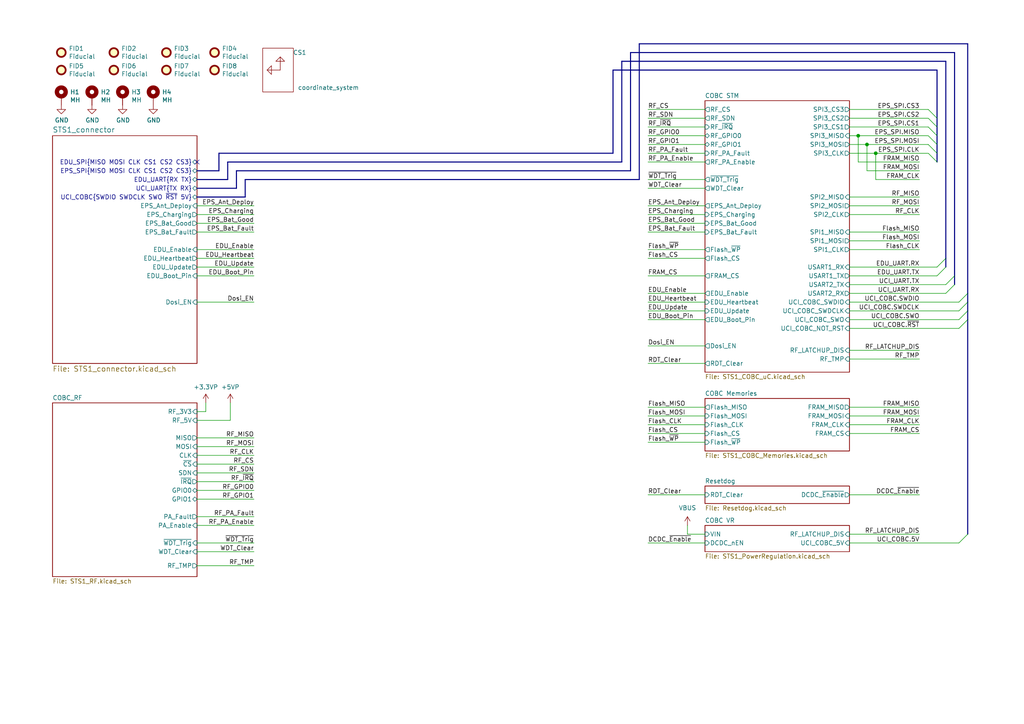
<source format=kicad_sch>
(kicad_sch (version 20211123) (generator eeschema)
  (paper "A4")
  (title_block (title "STS1 COBC HW") (date "2024-06-16") (rev "3.0") (company "TU Wien Space Team"))
  (lib_symbols
    (symbol "Mechanical:Fiducial"
      (property "Reference" "FID" (at 0 5.08 0))
      (property "Value" "Fiducial" (at 0 3.175 0))
      (symbol "Fiducial_0_1"
        (circle (center 0 0) (radius 1.27) (stroke (width 0.508)) (fill (type background)))
      )
    )
    (symbol "Mechanical:MountingHole_Pad" (pin_numbers hide) (pin_names (offset 1.016) hide)
      (property "Reference" "H" (at 0 6.35 0))
      (property "Value" "MountingHole_Pad" (at 0 4.445 0))
      (symbol "MountingHole_Pad_0_1"
        (circle (center 0 1.27) (radius 1.27) (stroke (width 1.27)))
      )
      (symbol "MountingHole_Pad_1_1"
        (pin input line (at 0 -2.54 90) (length 2.54) (name "1") (number "1"))
      )
    )
    (symbol "STS-connector:coordinate_system" (pin_names (offset 1.016))
      (property "Reference" "U" (at -5.08 6.35 0))
      (property "Value" "coordinate_system" (at -1.27 -5.08 0))
      (symbol "coordinate_system_0_1"
        (rectangle (start -6.35 5.08) (end 6.35 -3.81))
        (polyline (pts (xy 0 0) (xy 0 3.81)))
        (polyline (pts (xy 0 0) (xy 3.81 0)))
        (polyline (pts (xy 0 3.81) (xy -1.27 2.54) (xy 1.27 2.54) (xy 0 3.81)))
        (polyline (pts (xy 3.81 0) (xy 2.54 1.27) (xy 2.54 -1.27) (xy 3.81 0)))
      )
    )
    (symbol "power:+3.3VP" (power) (pin_names (offset 0))
      (property "Value" "+3.3VP" (at 0 2.54 0))
      (symbol "+3.3VP_0_0"
        (pin power_in line (at 0 0 90) (length 0) hide (name "+3.3VP") (number "1"))
      )
      (symbol "+3.3VP_0_1"
        (polyline (pts (xy -0.762 1.27) (xy 0 2.54)))
        (polyline (pts (xy 0 0) (xy 0 2.54)))
        (polyline (pts (xy 0 2.54) (xy 0.762 1.27)))
      )
    )
    (symbol "power:+5VP" (power) (pin_names (offset 0))
      (property "Value" "+5VP" (at 0 3.556 0))
      (symbol "+5VP_0_1"
        (polyline (pts (xy -0.762 1.27) (xy 0 2.54)))
        (polyline (pts (xy 0 0) (xy 0 2.54)))
        (polyline (pts (xy 0 2.54) (xy 0.762 1.27)))
      )
      (symbol "+5VP_1_1"
        (pin power_in line (at 0 0 90) (length 0) hide (name "+5VP") (number "1"))
      )
    )
    (symbol "power:GND" (power) (pin_names (offset 0))
      (property "Value" "GND" (at 0 -3.81 0))
      (symbol "GND_0_1"
        (polyline (pts (xy 0 0) (xy 0 -1.27) (xy 1.27 -1.27) (xy 0 -2.54) (xy -1.27 -1.27) (xy 0 -1.27)))
      )
      (symbol "GND_1_1"
        (pin power_in line (at 0 0 270) (length 0) hide (name "GND") (number "1"))
      )
    )
    (symbol "power:VBUS" (power) (pin_names (offset 0))
      (property "Value" "VBUS" (at 0 3.81 0))
      (symbol "VBUS_0_1"
        (polyline (pts (xy -0.762 1.27) (xy 0 2.54)))
        (polyline (pts (xy 0 0) (xy 0 2.54)))
        (polyline (pts (xy 0 2.54) (xy 0.762 1.27)))
      )
      (symbol "VBUS_1_1"
        (pin power_in line (at 0 0 90) (length 0) hide (name "VBUS") (number "1"))
      )
    )
  )
  (junction (at 251.46 41.91))
  (junction (at 248.92 39.37))
  (junction (at 254 44.45))
  (no_connect (at 57.15 46.99))
  (bus_entry (at 269.24 39.37) (size 2.54 2.54))
  (bus_entry (at 269.24 41.91) (size 2.54 2.54))
  (bus_entry (at 269.24 44.45) (size 2.54 2.54))
  (bus_entry (at 280.67 90.17) (size -2.54 2.54))
  (bus_entry (at 269.24 31.75) (size 2.54 2.54))
  (bus_entry (at 269.24 34.29) (size 2.54 2.54))
  (bus_entry (at 269.24 36.83) (size 2.54 2.54))
  (bus_entry (at 274.32 74.93) (size -2.54 2.54))
  (bus_entry (at 280.67 154.94) (size -2.54 2.54))
  (bus_entry (at 274.32 82.55) (size 2.54 -2.54))
  (bus_entry (at 274.32 85.09) (size 2.54 -2.54))
  (bus_entry (at 280.67 87.63) (size -2.54 2.54))
  (bus_entry (at 280.67 85.09) (size -2.54 2.54))
  (bus_entry (at 280.67 92.71) (size -2.54 2.54))
  (bus_entry (at 274.32 77.47) (size -2.54 2.54))
  (wire (pts (xy 187.96 54.61) (xy 204.47 54.61)))
  (bus (pts (xy 274.32 74.93) (xy 274.32 77.47)))
  (wire (pts (xy 248.92 39.37) (xy 269.24 39.37)))
  (wire (pts (xy 246.38 90.17) (xy 278.13 90.17)))
  (wire (pts (xy 266.7 46.99) (xy 248.92 46.99)))
  (wire (pts (xy 187.96 87.63) (xy 204.47 87.63)))
  (wire (pts (xy 59.69 119.38) (xy 59.69 116.84)))
  (wire (pts (xy 187.96 31.75) (xy 204.47 31.75)))
  (wire (pts (xy 57.15 129.54) (xy 73.66 129.54)))
  (bus (pts (xy 271.78 41.91) (xy 271.78 44.45)))
  (bus (pts (xy 63.5 44.45) (xy 63.5 49.53)))
  (bus (pts (xy 63.5 44.45) (xy 177.8 44.45)))
  (wire (pts (xy 57.15 72.39) (xy 73.66 72.39)))
  (wire (pts (xy 73.66 137.16) (xy 57.15 137.16)))
  (wire (pts (xy 73.66 160.02) (xy 57.15 160.02)))
  (wire (pts (xy 246.38 59.69) (xy 266.7 59.69)))
  (wire (pts (xy 187.96 105.41) (xy 204.47 105.41)))
  (wire (pts (xy 57.15 74.93) (xy 73.66 74.93)))
  (wire (pts (xy 57.15 87.63) (xy 73.66 87.63)))
  (wire (pts (xy 204.47 123.19) (xy 187.96 123.19)))
  (wire (pts (xy 246.38 44.45) (xy 254 44.45)))
  (wire (pts (xy 246.38 85.09) (xy 274.32 85.09)))
  (bus (pts (xy 66.04 52.07) (xy 66.04 46.99)))
  (wire (pts (xy 73.66 157.48) (xy 57.15 157.48)))
  (wire (pts (xy 187.96 39.37) (xy 204.47 39.37)))
  (wire (pts (xy 187.96 92.71) (xy 204.47 92.71)))
  (bus (pts (xy 276.86 82.55) (xy 276.86 80.01)))
  (wire (pts (xy 266.7 49.53) (xy 251.46 49.53)))
  (wire (pts (xy 187.96 72.39) (xy 204.47 72.39)))
  (wire (pts (xy 187.96 85.09) (xy 204.47 85.09)))
  (wire (pts (xy 73.66 134.62) (xy 57.15 134.62)))
  (wire (pts (xy 246.38 87.63) (xy 278.13 87.63)))
  (wire (pts (xy 246.38 118.11) (xy 266.7 118.11)))
  (wire (pts (xy 246.38 125.73) (xy 266.7 125.73)))
  (wire (pts (xy 187.96 36.83) (xy 204.47 36.83)))
  (wire (pts (xy 73.66 149.86) (xy 57.15 149.86)))
  (bus (pts (xy 180.34 46.99) (xy 180.34 17.78)))
  (bus (pts (xy 271.78 36.83) (xy 271.78 39.37)))
  (wire (pts (xy 187.96 125.73) (xy 204.47 125.73)))
  (wire (pts (xy 199.39 154.94) (xy 204.47 154.94)))
  (bus (pts (xy 185.42 12.7) (xy 280.67 12.7)))
  (wire (pts (xy 246.38 82.55) (xy 274.32 82.55)))
  (wire (pts (xy 246.38 92.71) (xy 278.13 92.71)))
  (bus (pts (xy 182.88 15.24) (xy 276.86 15.24)))
  (wire (pts (xy 251.46 49.53) (xy 251.46 41.91)))
  (bus (pts (xy 68.58 54.61) (xy 68.58 49.53)))
  (wire (pts (xy 187.96 62.23) (xy 204.47 62.23)))
  (bus (pts (xy 57.15 57.15) (xy 71.12 57.15)))
  (wire (pts (xy 246.38 41.91) (xy 251.46 41.91)))
  (wire (pts (xy 57.15 77.47) (xy 73.66 77.47)))
  (wire (pts (xy 187.96 64.77) (xy 204.47 64.77)))
  (wire (pts (xy 187.96 128.27) (xy 204.47 128.27)))
  (wire (pts (xy 199.39 152.4) (xy 199.39 154.94)))
  (bus (pts (xy 274.32 17.78) (xy 274.32 74.93)))
  (wire (pts (xy 187.96 46.99) (xy 204.47 46.99)))
  (wire (pts (xy 246.38 123.19) (xy 266.7 123.19)))
  (bus (pts (xy 280.67 87.63) (xy 280.67 90.17)))
  (wire (pts (xy 187.96 52.07) (xy 204.47 52.07)))
  (wire (pts (xy 187.96 41.91) (xy 204.47 41.91)))
  (bus (pts (xy 66.04 46.99) (xy 180.34 46.99)))
  (wire (pts (xy 246.38 101.6) (xy 266.7 101.6)))
  (wire (pts (xy 248.92 46.99) (xy 248.92 39.37)))
  (wire (pts (xy 246.38 34.29) (xy 269.24 34.29)))
  (bus (pts (xy 280.67 85.09) (xy 280.67 87.63)))
  (wire (pts (xy 57.15 67.31) (xy 73.66 67.31)))
  (wire (pts (xy 246.38 62.23) (xy 266.7 62.23)))
  (wire (pts (xy 246.38 72.39) (xy 266.7 72.39)))
  (bus (pts (xy 276.86 80.01) (xy 276.86 15.24)))
  (wire (pts (xy 187.96 143.51) (xy 204.47 143.51)))
  (wire (pts (xy 246.38 57.15) (xy 266.7 57.15)))
  (bus (pts (xy 180.34 17.78) (xy 274.32 17.78)))
  (bus (pts (xy 177.8 20.32) (xy 271.78 20.32)))
  (bus (pts (xy 280.67 92.71) (xy 280.67 154.94)))
  (wire (pts (xy 187.96 157.48) (xy 204.47 157.48)))
  (bus (pts (xy 271.78 20.32) (xy 271.78 34.29)))
  (wire (pts (xy 246.38 36.83) (xy 269.24 36.83)))
  (wire (pts (xy 187.96 100.33) (xy 204.47 100.33)))
  (bus (pts (xy 177.8 44.45) (xy 177.8 20.32)))
  (wire (pts (xy 246.38 39.37) (xy 248.92 39.37)))
  (wire (pts (xy 187.96 59.69) (xy 204.47 59.69)))
  (wire (pts (xy 246.38 69.85) (xy 266.7 69.85)))
  (wire (pts (xy 187.96 80.01) (xy 204.47 80.01)))
  (bus (pts (xy 71.12 57.15) (xy 71.12 52.07)))
  (wire (pts (xy 187.96 90.17) (xy 204.47 90.17)))
  (wire (pts (xy 73.66 139.7) (xy 57.15 139.7)))
  (wire (pts (xy 204.47 118.11) (xy 187.96 118.11)))
  (wire (pts (xy 254 52.07) (xy 254 44.45)))
  (bus (pts (xy 182.88 49.53) (xy 182.88 15.24)))
  (wire (pts (xy 246.38 157.48) (xy 278.13 157.48)))
  (wire (pts (xy 57.15 121.92) (xy 66.802 121.92)))
  (bus (pts (xy 57.15 54.61) (xy 68.58 54.61)))
  (wire (pts (xy 266.7 52.07) (xy 254 52.07)))
  (wire (pts (xy 254 44.45) (xy 269.24 44.45)))
  (wire (pts (xy 66.802 121.92) (xy 66.802 116.84)))
  (wire (pts (xy 246.38 120.65) (xy 266.7 120.65)))
  (wire (pts (xy 246.38 67.31) (xy 266.7 67.31)))
  (wire (pts (xy 57.15 62.23) (xy 73.66 62.23)))
  (bus (pts (xy 57.15 49.53) (xy 63.5 49.53)))
  (bus (pts (xy 185.42 52.07) (xy 185.42 12.7)))
  (wire (pts (xy 187.96 67.31) (xy 204.47 67.31)))
  (bus (pts (xy 68.58 49.53) (xy 182.88 49.53)))
  (bus (pts (xy 271.78 39.37) (xy 271.78 41.91)))
  (wire (pts (xy 246.38 154.94) (xy 266.7 154.94)))
  (wire (pts (xy 246.38 104.14) (xy 266.7 104.14)))
  (wire (pts (xy 57.15 164.084) (xy 73.66 164.084)))
  (wire (pts (xy 246.38 95.25) (xy 278.13 95.25)))
  (wire (pts (xy 204.47 120.65) (xy 187.96 120.65)))
  (wire (pts (xy 57.15 80.01) (xy 73.66 80.01)))
  (bus (pts (xy 280.67 90.17) (xy 280.67 92.71)))
  (wire (pts (xy 187.96 34.29) (xy 204.47 34.29)))
  (wire (pts (xy 251.46 41.91) (xy 269.24 41.91)))
  (wire (pts (xy 187.96 74.93) (xy 204.47 74.93)))
  (wire (pts (xy 57.15 64.77) (xy 73.66 64.77)))
  (wire (pts (xy 73.66 144.78) (xy 57.15 144.78)))
  (bus (pts (xy 271.78 34.29) (xy 271.78 36.83)))
  (bus (pts (xy 280.67 12.7) (xy 280.67 85.09)))
  (wire (pts (xy 246.38 80.01) (xy 271.78 80.01)))
  (wire (pts (xy 57.15 119.38) (xy 59.69 119.38)))
  (bus (pts (xy 71.12 52.07) (xy 185.42 52.07)))
  (wire (pts (xy 246.38 143.51) (xy 266.7 143.51)))
  (wire (pts (xy 73.66 152.4) (xy 57.15 152.4)))
  (bus (pts (xy 271.78 44.45) (xy 271.78 46.99)))
  (bus (pts (xy 57.15 52.07) (xy 66.04 52.07)))
  (wire (pts (xy 57.15 132.08) (xy 73.66 132.08)))
  (wire (pts (xy 57.15 127) (xy 73.66 127)))
  (wire (pts (xy 246.38 31.75) (xy 269.24 31.75)))
  (wire (pts (xy 57.15 59.69) (xy 73.66 59.69)))
  (wire (pts (xy 187.96 44.45) (xy 204.47 44.45)))
  (wire (pts (xy 73.66 142.24) (xy 57.15 142.24)))
  (wire (pts (xy 246.38 77.47) (xy 271.78 77.47)))
  (label "Flash_CS" (at 187.96 125.73 0))
  (label "FRAM_MOSI" (at 266.7 120.65 180))
  (label "Flash_MOSI" (at 266.7 69.85 180))
  (label "EDU_Boot_Pin" (at 73.66 80.01 180))
  (label "RF_PA_Fault" (at 73.66 149.86 180))
  (label "RF_MOSI" (at 73.66 129.54 180))
  (label "UCI_UART.RX" (at 266.7 85.09 180))
  (label "EDU_Update" (at 187.96 90.17 0))
  (label "WDT_Clear" (at 187.96 54.61 0))
  (label "Flash_~{WP}" (at 187.96 72.39 0))
  (label "Flash_MISO" (at 266.7 67.31 180))
  (label "EPS_Ant_Deploy" (at 187.96 59.69 0))
  (label "FRAM_MISO" (at 266.7 46.99 180))
  (label "EDU_Heartbeat" (at 73.66 74.93 180))
  (label "UCI_COBC.~{RST}" (at 266.7 95.25 180))
  (label "FRAM_CS" (at 187.96 80.01 0))
  (label "RF_~{IRQ}" (at 73.66 139.7 180))
  (label "RF_CS" (at 187.96 31.75 0))
  (label "RF_CS" (at 73.66 134.62 180))
  (label "EPS_Ant_Deploy" (at 73.66 59.69 180))
  (label "RF_PA_Enable" (at 187.96 46.99 0))
  (label "EPS_SPI.MISO" (at 266.7 39.37 180))
  (label "EDU_Enable" (at 73.66 72.39 180))
  (label "RF_GPIO1" (at 73.66 144.78 180))
  (label "RF_MISO" (at 73.66 127 180))
  (label "Dosi_EN" (at 73.66 87.63 180))
  (label "RF_GPIO0" (at 187.96 39.37 0))
  (label "RF_SDN" (at 73.66 137.16 180))
  (label "RF_GPIO0" (at 73.66 142.24 180))
  (label "WDT_Clear" (at 73.66 160.02 180))
  (label "Flash_MISO" (at 187.96 118.11 0))
  (label "FRAM_CLK" (at 266.7 52.07 180))
  (label "EDU_Heartbeat" (at 187.96 87.63 0))
  (label "Flash_CLK" (at 187.96 123.19 0))
  (label "Dosi_EN" (at 187.96 100.33 0))
  (label "DCDC_~{Enable}" (at 266.7 143.51 180))
  (label "Flash_MOSI" (at 187.96 120.65 0))
  (label "FRAM_CS" (at 266.7 125.73 180))
  (label "EDU_Enable" (at 187.96 85.09 0))
  (label "EPS_SPI.CS3" (at 266.7 31.75 180))
  (label "RF_PA_Fault" (at 187.96 44.45 0))
  (label "RF_SDN" (at 187.96 34.29 0))
  (label "UCI_COBC.5V" (at 266.7 157.48 180))
  (label "EPS_Charging" (at 187.96 62.23 0))
  (label "RF_~{IRQ}" (at 187.96 36.83 0))
  (label "EPS_Bat_Good" (at 187.96 64.77 0))
  (label "RF_CLK" (at 73.66 132.08 180))
  (label "UCI_COBC.SWO" (at 266.7 92.71 180))
  (label "EPS_Bat_Fault" (at 73.66 67.31 180))
  (label "RF_TMP" (at 266.7 104.14 180))
  (label "~{WDT_Trig}" (at 187.96 52.07 0))
  (label "UCI_COBC.SWDCLK" (at 266.7 90.17 180))
  (label "FRAM_MOSI" (at 266.7 49.53 180))
  (label "Flash_~{WP}" (at 187.96 128.27 0))
  (label "RF_CLK" (at 266.7 62.23 180))
  (label "UCI_UART.TX" (at 266.7 82.55 180))
  (label "FRAM_MISO" (at 266.7 118.11 180))
  (label "EPS_SPI.CS2" (at 266.7 34.29 180))
  (label "EPS_Charging" (at 73.66 62.23 180))
  (label "FRAM_CLK" (at 266.7 123.19 180))
  (label "EPS_SPI.MOSI" (at 266.7 41.91 180))
  (label "EPS_SPI.CS1" (at 266.7 36.83 180))
  (label "EPS_Bat_Good" (at 73.66 64.77 180))
  (label "EPS_Bat_Fault" (at 187.96 67.31 0))
  (label "RF_LATCHUP_DIS" (at 266.7 101.6 180))
  (label "RF_MISO" (at 266.7 57.15 180))
  (label "RDT_Clear" (at 187.96 105.41 0))
  (label "EDU_UART.RX" (at 266.7 77.47 180))
  (label "Flash_CS" (at 187.96 74.93 0))
  (label "EDU_Update" (at 73.66 77.47 180))
  (label "RF_PA_Enable" (at 73.66 152.4 180))
  (label "RF_GPIO1" (at 187.96 41.91 0))
  (label "RF_MOSI" (at 266.7 59.69 180))
  (label "RDT_Clear" (at 187.96 143.51 0))
  (label "EDU_UART.TX" (at 266.7 80.01 180))
  (label "~{WDT_Trig}" (at 73.66 157.48 180))
  (label "UCI_COBC.SWDIO" (at 266.7 87.63 180))
  (label "DCDC_~{Enable}" (at 187.96 157.48 0))
  (label "RF_TMP" (at 73.66 164.084 180))
  (label "EPS_SPI.CLK" (at 266.7 44.45 180))
  (label "RF_LATCHUP_DIS" (at 266.7 154.94 180))
  (label "EDU_Boot_Pin" (at 187.96 92.71 0))
  (label "Flash_CLK" (at 266.7 72.39 180))
  (symbol (lib_id "Mechanical:Fiducial") (at 17.78 15.24 0) (unit 1) (in_bom no)
    (property "Reference" "FID1" (at 19.939 14.0716 0) (effects (justify left)))
    (property "Value" "Fiducial" (at 19.939 16.383 0) (effects (justify left)))
    (property "Footprint" "Fiducial:Fiducial_0.75mm_Mask1.5mm" (effects hide))
  )
  (symbol (lib_id "Mechanical:Fiducial") (at 33.02 15.24 0) (unit 1) (in_bom no)
    (property "Reference" "FID2" (at 35.179 14.0716 0) (effects (justify left)))
    (property "Value" "Fiducial" (at 35.179 16.383 0) (effects (justify left)))
    (property "Footprint" "Fiducial:Fiducial_0.75mm_Mask1.5mm" (effects hide))
  )
  (symbol (lib_id "Mechanical:Fiducial") (at 48.26 15.24 0) (unit 1) (in_bom no)
    (property "Reference" "FID3" (at 50.419 14.0716 0) (effects (justify left)))
    (property "Value" "Fiducial" (at 50.419 16.383 0) (effects (justify left)))
    (property "Footprint" "Fiducial:Fiducial_0.75mm_Mask1.5mm" (effects hide))
  )
  (symbol (lib_id "Mechanical:Fiducial") (at 62.23 15.24 0) (unit 1) (in_bom no)
    (property "Reference" "FID4" (at 64.389 14.0716 0) (effects (justify left)))
    (property "Value" "Fiducial" (at 64.389 16.383 0) (effects (justify left)))
    (property "Footprint" "Fiducial:Fiducial_0.75mm_Mask1.5mm" (effects hide))
  )
  (symbol (lib_id "Mechanical:MountingHole_Pad") (at 17.78 27.94 0) (unit 1) (in_bom no)
    (property "Reference" "H1" (at 20.32 26.6954 0) (effects (justify left)))
    (property "Value" "MH" (at 20.32 29.0068 0) (effects (justify left)))
    (property "Footprint" "MountingHole:MountingHole_4.3mm_M4_Pad_Via" (effects hide))
  )
  (symbol (lib_id "Mechanical:MountingHole_Pad") (at 26.67 27.94 0) (unit 1) (in_bom no)
    (property "Reference" "H2" (at 29.21 26.6954 0) (effects (justify left)))
    (property "Value" "MH" (at 29.21 29.0068 0) (effects (justify left)))
    (property "Footprint" "MountingHole:MountingHole_4.3mm_M4_Pad_Via" (effects hide))
  )
  (symbol (lib_id "Mechanical:MountingHole_Pad") (at 35.56 27.94 0) (unit 1) (in_bom no)
    (property "Reference" "H3" (at 38.1 26.6954 0) (effects (justify left)))
    (property "Value" "MH" (at 38.1 29.0068 0) (effects (justify left)))
    (property "Footprint" "MountingHole:MountingHole_4.3mm_M4_Pad_Via" (effects hide))
  )
  (symbol (lib_id "Mechanical:MountingHole_Pad") (at 44.45 27.94 0) (unit 1) (in_bom no)
    (property "Reference" "H4" (at 46.99 26.6954 0) (effects (justify left)))
    (property "Value" "MH" (at 46.99 29.0068 0) (effects (justify left)))
    (property "Footprint" "MountingHole:MountingHole_4.3mm_M4_Pad_Via" (effects hide))
  )
  (symbol (lib_id "power:GND") (at 44.45 30.48 0) (unit 1)
    (property "Reference" "#PWR0101" (effects hide))
    (property "Value" "GND" (at 44.577 34.8742 0))
  )
  (symbol (lib_id "power:GND") (at 35.56 30.48 0) (unit 1)
    (property "Reference" "#PWR0102" (effects hide))
    (property "Value" "GND" (at 35.687 34.8742 0))
  )
  (symbol (lib_id "power:GND") (at 26.67 30.48 0) (unit 1)
    (property "Reference" "#PWR0103" (effects hide))
    (property "Value" "GND" (at 26.797 34.8742 0))
  )
  (symbol (lib_id "power:GND") (at 17.78 30.48 0) (unit 1)
    (property "Reference" "#PWR0104" (effects hide))
    (property "Value" "GND" (at 17.907 34.8742 0))
  )
  (symbol (lib_id "STS-connector:coordinate_system") (at 81.28 20.32 90) (unit 1) (in_bom no)
    (property "Reference" "CS1" (at 88.9 15.24 90) (effects (justify left)))
    (property "Value" "coordinate_system" (at 104.14 25.4 90) (effects (justify left)))
    (property "Footprint" "STS_connector:Coordinates" (effects hide))
  )
  (symbol (lib_id "Mechanical:Fiducial") (at 17.78 20.32 0) (unit 1) (in_bom no)
    (property "Reference" "FID5" (at 19.939 19.1516 0) (effects (justify left)))
    (property "Value" "Fiducial" (at 19.939 21.463 0) (effects (justify left)))
    (property "Footprint" "Fiducial:Fiducial_0.75mm_Mask1.5mm" (effects hide))
  )
  (symbol (lib_id "Mechanical:Fiducial") (at 33.02 20.32 0) (unit 1) (in_bom no)
    (property "Reference" "FID6" (at 35.179 19.1516 0) (effects (justify left)))
    (property "Value" "Fiducial" (at 35.179 21.463 0) (effects (justify left)))
    (property "Footprint" "Fiducial:Fiducial_0.75mm_Mask1.5mm" (effects hide))
  )
  (symbol (lib_id "Mechanical:Fiducial") (at 48.26 20.32 0) (unit 1) (in_bom no)
    (property "Reference" "FID7" (at 50.419 19.1516 0) (effects (justify left)))
    (property "Value" "Fiducial" (at 50.419 21.463 0) (effects (justify left)))
    (property "Footprint" "Fiducial:Fiducial_0.75mm_Mask1.5mm" (effects hide))
  )
  (symbol (lib_id "Mechanical:Fiducial") (at 62.23 20.32 0) (unit 1) (in_bom no)
    (property "Reference" "FID8" (at 64.389 19.1516 0) (effects (justify left)))
    (property "Value" "Fiducial" (at 64.389 21.463 0) (effects (justify left)))
    (property "Footprint" "Fiducial:Fiducial_0.75mm_Mask1.5mm" (effects hide))
  )
  (symbol (lib_id "power:+3.3VP") (at 59.69 116.84 0) (unit 1)
    (property "Reference" "#PWR020" (effects hide))
    (property "Value" "+3.3VP" (at 59.69 112.268 0))
  )
  (symbol (lib_id "power:VBUS") (at 199.39 152.4 0) (unit 1)
    (property "Reference" "#PWR0134" (effects hide))
    (property "Value" "VBUS" (at 199.39 147.32 0))
  )
  (symbol (lib_id "power:+5VP") (at 66.802 116.84 0) (unit 1)
    (property "Reference" "#PWR0118" (effects hide))
    (property "Value" "+5VP" (at 66.802 112.268 0))
  )
  (sheet (at 15.24 39.37) (size 41.91 66.04)
    (property "Sheet name" "STS1_connector" (at 15.24 38.5314 0) (effects (font (size 1.524 1.524)) (justify left bottom)))
    (property "Sheet file" "STS1_connector.kicad_sch" (at 15.24 106.0962 0) (effects (font (size 1.524 1.524)) (justify left top)))
    (pin "EDU_Heartbeat" output (at 57.15 74.93 0))
    (pin "EDU_Enable" input (at 57.15 72.39 0))
    (pin "EDU_Update" output (at 57.15 77.47 0))
    (pin "EDU_SPI{MISO MOSI CLK CS1 CS2 CS3}" bidirectional (at 57.15 46.99 0))
    (pin "EPS_Charging" output (at 57.15 62.23 0))
    (pin "EPS_Ant_Deploy" input (at 57.15 59.69 0))
    (pin "EPS_Bat_Good" output (at 57.15 64.77 0))
    (pin "UCI_UART{TX RX}" bidirectional (at 57.15 54.61 0))
    (pin "EPS_SPI{MISO MOSI CLK CS1 CS2 CS3}" bidirectional (at 57.15 49.53 0))
    (pin "EDU_UART{RX TX}" bidirectional (at 57.15 52.07 0))
    (pin "EPS_Bat_Fault" output (at 57.15 67.31 0))
    (pin "Dosi_EN" input (at 57.15 87.63 0))
    (pin "EDU_Boot_Pin" input (at 57.15 80.01 0))
    (pin "UCI_COBC{SWDIO SWDCLK SWO ~{RST} 5V}" bidirectional (at 57.15 57.15 0))
  )
  (sheet (at 204.47 152.4) (size 41.91 7.62) (stroke (width 0.1524))
    (property "Sheet name" "COBC VR" (at 204.47 151.6884 0) (effects (justify left bottom)))
    (property "Sheet file" "STS1_PowerRegulation.kicad_sch" (at 204.47 160.6046 0) (effects (justify left top)))
    (pin "VIN" input (at 204.47 154.94 180))
    (pin "DCDC_nEN" input (at 204.47 157.48 180))
    (pin "RF_LATCHUP_DIS" input (at 246.38 154.94 0))
    (pin "UCI_COBC_5V" input (at 246.38 157.48 0))
  )
  (sheet (at 15.24 116.84) (size 41.91 50.419) (stroke (width 0.1524))
    (property "Sheet name" "COBC_RF" (at 15.24 116.1284 0) (effects (justify left bottom)))
    (property "Sheet file" "STS1_RF.kicad_sch" (at 15.24 167.8436 0) (effects (justify left top)))
    (pin "RF_3V3" input (at 57.15 119.38 0))
    (pin "RF_5V" input (at 57.15 121.92 0))
    (pin "PA_Fault" output (at 57.15 149.86 0))
    (pin "GPIO1" bidirectional (at 57.15 144.78 0))
    (pin "GPIO0" bidirectional (at 57.15 142.24 0))
    (pin "MOSI" input (at 57.15 129.54 0))
    (pin "MISO" output (at 57.15 127 0))
    (pin "CLK" input (at 57.15 132.08 0))
    (pin "~{CS}" input (at 57.15 134.62 0))
    (pin "~{IRQ}" output (at 57.15 139.7 0))
    (pin "SDN" input (at 57.15 137.16 0))
    (pin "PA_Enable" input (at 57.15 152.4 0))
    (pin "~{WDT_Trig}" input (at 57.15 157.48 0))
    (pin "WDT_Clear" input (at 57.15 160.02 0))
    (pin "RF_TMP" output (at 57.15 164.084 0))
  )
  (sheet (at 204.47 115.57) (size 41.91 15.24) (stroke (width 0.1524))
    (property "Sheet name" "COBC Memories" (at 204.47 114.8584 0) (effects (justify left bottom)))
    (property "Sheet file" "STS1_COBC_Memories.kicad_sch" (at 204.47 131.3946 0) (effects (justify left top)))
    (pin "FRAM_MOSI" input (at 246.38 120.65 0))
    (pin "FRAM_CLK" input (at 246.38 123.19 0))
    (pin "FRAM_CS" input (at 246.38 125.73 0))
    (pin "FRAM_MISO" output (at 246.38 118.11 0))
    (pin "Flash_MOSI" input (at 204.47 120.65 180))
    (pin "Flash_CLK" input (at 204.47 123.19 180))
    (pin "Flash_CS" input (at 204.47 125.73 180))
    (pin "Flash_MISO" output (at 204.47 118.11 180))
    (pin "Flash_~{WP}" input (at 204.47 128.27 180))
  )
  (sheet (at 204.47 29.21) (size 41.91 78.74) (stroke (width 0.1524))
    (property "Sheet name" "COBC STM" (at 204.47 28.4984 0) (effects (justify left bottom)))
    (property "Sheet file" "STS1_COBC_uC.kicad_sch" (at 204.47 108.5346 0) (effects (justify left top)))
    (pin "SPI2_MISO" input (at 246.38 57.15 0))
    (pin "SPI2_MOSI" output (at 246.38 59.69 0))
    (pin "SPI2_CLK" output (at 246.38 62.23 0))
    (pin "USART2_TX" input (at 246.38 82.55 0))
    (pin "USART2_RX" output (at 246.38 85.09 0))
    (pin "SPI1_MISO" input (at 246.38 67.31 0))
    (pin "SPI1_MOSI" output (at 246.38 69.85 0))
    (pin "SPI1_CLK" output (at 246.38 72.39 0))
    (pin "USART1_RX" input (at 246.38 77.47 0))
    (pin "USART1_TX" output (at 246.38 80.01 0))
    (pin "SPI3_CLK" output (at 246.38 44.45 0))
    (pin "SPI3_MISO" input (at 246.38 39.37 0))
    (pin "SPI3_MOSI" output (at 246.38 41.91 0))
    (pin "SPI3_CS1" output (at 246.38 36.83 0))
    (pin "SPI3_CS2" output (at 246.38 34.29 0))
    (pin "SPI3_CS3" output (at 246.38 31.75 0))
    (pin "~{WDT_Trig}" output (at 204.47 52.07 180))
    (pin "WDT_Clear" output (at 204.47 54.61 180))
    (pin "EPS_Charging" input (at 204.47 62.23 180))
    (pin "EPS_Ant_Deploy" output (at 204.47 59.69 180))
    (pin "EPS_Bat_Good" input (at 204.47 64.77 180))
    (pin "EPS_Bat_Fault" input (at 204.47 67.31 180))
    (pin "Flash_~{WP}" output (at 204.47 72.39 180))
    (pin "EDU_Enable" output (at 204.47 85.09 180))
    (pin "EDU_Heartbeat" input (at 204.47 87.63 180))
    (pin "EDU_Update" input (at 204.47 90.17 180))
    (pin "RF_PA_Fault" input (at 204.47 44.45 180))
    (pin "RF_~{IRQ}" input (at 204.47 36.83 180))
    (pin "RF_GPIO1" bidirectional (at 204.47 41.91 180))
    (pin "RF_GPIO0" bidirectional (at 204.47 39.37 180))
    (pin "RF_SDN" output (at 204.47 34.29 180))
    (pin "Flash_CS" output (at 204.47 74.93 180))
    (pin "RDT_Clear" output (at 204.47 105.41 180))
    (pin "FRAM_CS" output (at 204.47 80.01 180))
    (pin "RF_CS" output (at 204.47 31.75 180))
    (pin "RF_PA_Enable" output (at 204.47 46.99 180))
    (pin "Dosi_EN" output (at 204.47 100.33 180))
    (pin "EDU_Boot_Pin" output (at 204.47 92.71 180))
    (pin "RF_LATCHUP_DIS" input (at 246.38 101.6 0))
    (pin "RF_TMP" input (at 246.38 104.14 0))
    (pin "UCI_COBC_NOT_RST" input (at 246.38 95.25 0))
    (pin "UCI_COBC_SWDIO" input (at 246.38 87.63 0))
    (pin "UCI_COBC_SWO" input (at 246.38 92.71 0))
    (pin "UCI_COBC_SWDCLK" input (at 246.38 90.17 0))
  )
  (sheet (at 204.47 140.97) (size 41.91 5.08) (stroke (width 0.1524))
    (property "Sheet name" "Resetdog" (at 204.47 140.2584 0) (effects (justify left bottom)))
    (property "Sheet file" "Resetdog.kicad_sch" (at 204.47 146.6346 0) (effects (justify left top)))
    (pin "DCDC_~{Enable}" output (at 246.38 143.51 0))
    (pin "RDT_Clear" input (at 204.47 143.51 180))
  )
)
</source>
